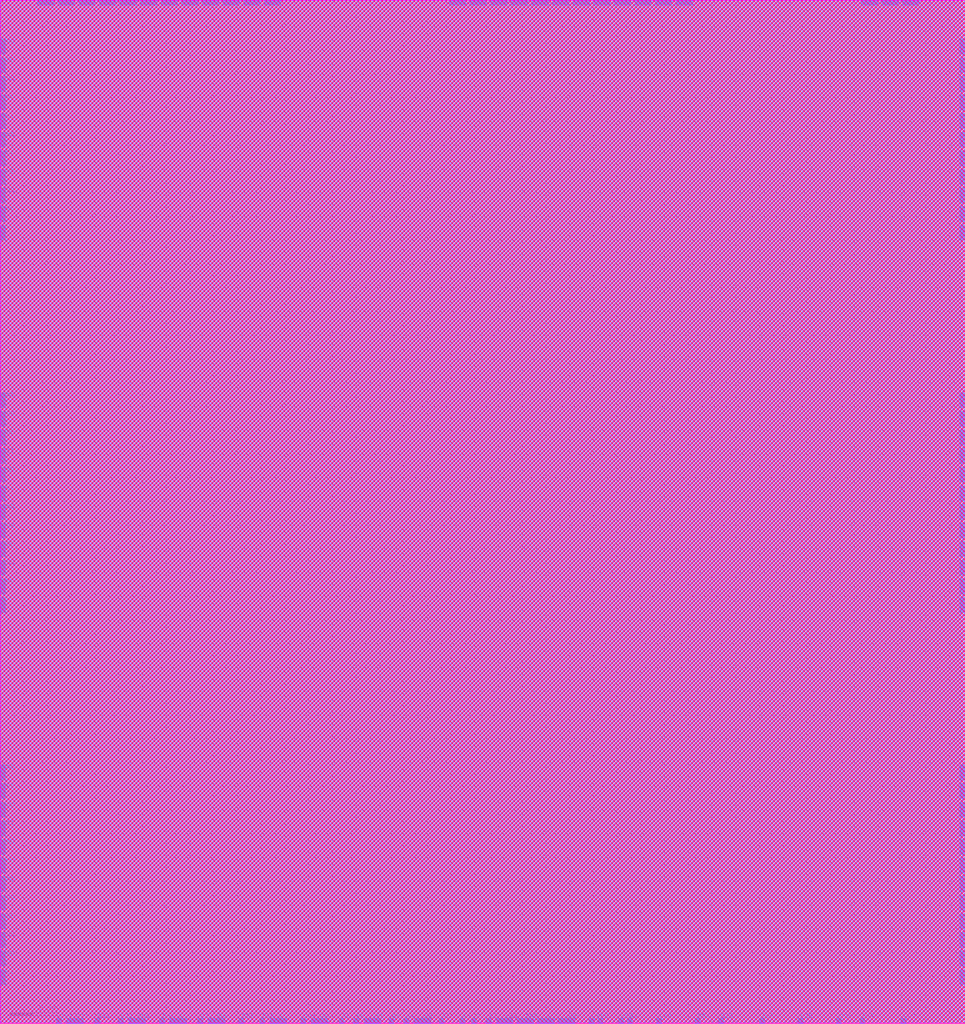
<source format=lef>
# 
#              Synchronous High Speed Single Port SRAM Compiler 
# 
#                    UMC 0.18um GenericII Logic Process
#    __________________________________________________________________________
# 
# 
#      (C) Copyright 2002-2009 Faraday Technology Corp. All Rights Reserved.
#    
#    This source code is an unpublished work belongs to Faraday Technology
#    Corp.  It is considered a trade secret and is not to be divulged or
#    used by parties who have not received written authorization from
#    Faraday Technology Corp.
#    
#    Faraday's home page can be found at:
#    http://www.faraday-tech.com/
#   
#       Module Name      : MEM_gray_max
#       Words            : 256
#       Bits             : 8
#       Byte-Write       : 1
#       Aspect Ratio     : 1
#       Output Loading   : 0.05  (pf)
#       Data Slew        : 0.02  (ns)
#       CK Slew          : 0.02  (ns)
#       Power Ring Width : 2  (um)
# 
# -----------------------------------------------------------------------------
# 
#       Library          : FSA0M_A
#       Memaker          : 200901.2.1
#       Date             : 2024/10/09 21:07:15
# 
# -----------------------------------------------------------------------------


NAMESCASESENSITIVE ON ;
MACRO MEM_gray_max
CLASS BLOCK ;
FOREIGN MEM_gray_max 0.000 0.000 ;
ORIGIN 0.000 0.000 ;
SIZE 203.360 BY 215.600 ;
SYMMETRY x y r90 ;
SITE core ;
PIN VCC
  DIRECTION INOUT ;
  USE POWER ;
  SHAPE ABUTMENT ;
 PORT
  LAYER ME4 ;
  RECT 202.240 204.180 203.360 207.420 ;
  LAYER ME3 ;
  RECT 202.240 204.180 203.360 207.420 ;
  LAYER ME2 ;
  RECT 202.240 204.180 203.360 207.420 ;
  LAYER ME1 ;
  RECT 202.240 204.180 203.360 207.420 ;
 END
 PORT
  LAYER ME4 ;
  RECT 202.240 196.340 203.360 199.580 ;
  LAYER ME3 ;
  RECT 202.240 196.340 203.360 199.580 ;
  LAYER ME2 ;
  RECT 202.240 196.340 203.360 199.580 ;
  LAYER ME1 ;
  RECT 202.240 196.340 203.360 199.580 ;
 END
 PORT
  LAYER ME4 ;
  RECT 202.240 188.500 203.360 191.740 ;
  LAYER ME3 ;
  RECT 202.240 188.500 203.360 191.740 ;
  LAYER ME2 ;
  RECT 202.240 188.500 203.360 191.740 ;
  LAYER ME1 ;
  RECT 202.240 188.500 203.360 191.740 ;
 END
 PORT
  LAYER ME4 ;
  RECT 202.240 180.660 203.360 183.900 ;
  LAYER ME3 ;
  RECT 202.240 180.660 203.360 183.900 ;
  LAYER ME2 ;
  RECT 202.240 180.660 203.360 183.900 ;
  LAYER ME1 ;
  RECT 202.240 180.660 203.360 183.900 ;
 END
 PORT
  LAYER ME4 ;
  RECT 202.240 172.820 203.360 176.060 ;
  LAYER ME3 ;
  RECT 202.240 172.820 203.360 176.060 ;
  LAYER ME2 ;
  RECT 202.240 172.820 203.360 176.060 ;
  LAYER ME1 ;
  RECT 202.240 172.820 203.360 176.060 ;
 END
 PORT
  LAYER ME4 ;
  RECT 202.240 164.980 203.360 168.220 ;
  LAYER ME3 ;
  RECT 202.240 164.980 203.360 168.220 ;
  LAYER ME2 ;
  RECT 202.240 164.980 203.360 168.220 ;
  LAYER ME1 ;
  RECT 202.240 164.980 203.360 168.220 ;
 END
 PORT
  LAYER ME4 ;
  RECT 202.240 125.780 203.360 129.020 ;
  LAYER ME3 ;
  RECT 202.240 125.780 203.360 129.020 ;
  LAYER ME2 ;
  RECT 202.240 125.780 203.360 129.020 ;
  LAYER ME1 ;
  RECT 202.240 125.780 203.360 129.020 ;
 END
 PORT
  LAYER ME4 ;
  RECT 202.240 117.940 203.360 121.180 ;
  LAYER ME3 ;
  RECT 202.240 117.940 203.360 121.180 ;
  LAYER ME2 ;
  RECT 202.240 117.940 203.360 121.180 ;
  LAYER ME1 ;
  RECT 202.240 117.940 203.360 121.180 ;
 END
 PORT
  LAYER ME4 ;
  RECT 202.240 110.100 203.360 113.340 ;
  LAYER ME3 ;
  RECT 202.240 110.100 203.360 113.340 ;
  LAYER ME2 ;
  RECT 202.240 110.100 203.360 113.340 ;
  LAYER ME1 ;
  RECT 202.240 110.100 203.360 113.340 ;
 END
 PORT
  LAYER ME4 ;
  RECT 202.240 102.260 203.360 105.500 ;
  LAYER ME3 ;
  RECT 202.240 102.260 203.360 105.500 ;
  LAYER ME2 ;
  RECT 202.240 102.260 203.360 105.500 ;
  LAYER ME1 ;
  RECT 202.240 102.260 203.360 105.500 ;
 END
 PORT
  LAYER ME4 ;
  RECT 202.240 94.420 203.360 97.660 ;
  LAYER ME3 ;
  RECT 202.240 94.420 203.360 97.660 ;
  LAYER ME2 ;
  RECT 202.240 94.420 203.360 97.660 ;
  LAYER ME1 ;
  RECT 202.240 94.420 203.360 97.660 ;
 END
 PORT
  LAYER ME4 ;
  RECT 202.240 86.580 203.360 89.820 ;
  LAYER ME3 ;
  RECT 202.240 86.580 203.360 89.820 ;
  LAYER ME2 ;
  RECT 202.240 86.580 203.360 89.820 ;
  LAYER ME1 ;
  RECT 202.240 86.580 203.360 89.820 ;
 END
 PORT
  LAYER ME4 ;
  RECT 202.240 47.380 203.360 50.620 ;
  LAYER ME3 ;
  RECT 202.240 47.380 203.360 50.620 ;
  LAYER ME2 ;
  RECT 202.240 47.380 203.360 50.620 ;
  LAYER ME1 ;
  RECT 202.240 47.380 203.360 50.620 ;
 END
 PORT
  LAYER ME4 ;
  RECT 202.240 39.540 203.360 42.780 ;
  LAYER ME3 ;
  RECT 202.240 39.540 203.360 42.780 ;
  LAYER ME2 ;
  RECT 202.240 39.540 203.360 42.780 ;
  LAYER ME1 ;
  RECT 202.240 39.540 203.360 42.780 ;
 END
 PORT
  LAYER ME4 ;
  RECT 202.240 31.700 203.360 34.940 ;
  LAYER ME3 ;
  RECT 202.240 31.700 203.360 34.940 ;
  LAYER ME2 ;
  RECT 202.240 31.700 203.360 34.940 ;
  LAYER ME1 ;
  RECT 202.240 31.700 203.360 34.940 ;
 END
 PORT
  LAYER ME4 ;
  RECT 202.240 23.860 203.360 27.100 ;
  LAYER ME3 ;
  RECT 202.240 23.860 203.360 27.100 ;
  LAYER ME2 ;
  RECT 202.240 23.860 203.360 27.100 ;
  LAYER ME1 ;
  RECT 202.240 23.860 203.360 27.100 ;
 END
 PORT
  LAYER ME4 ;
  RECT 202.240 16.020 203.360 19.260 ;
  LAYER ME3 ;
  RECT 202.240 16.020 203.360 19.260 ;
  LAYER ME2 ;
  RECT 202.240 16.020 203.360 19.260 ;
  LAYER ME1 ;
  RECT 202.240 16.020 203.360 19.260 ;
 END
 PORT
  LAYER ME4 ;
  RECT 202.240 8.180 203.360 11.420 ;
  LAYER ME3 ;
  RECT 202.240 8.180 203.360 11.420 ;
  LAYER ME2 ;
  RECT 202.240 8.180 203.360 11.420 ;
  LAYER ME1 ;
  RECT 202.240 8.180 203.360 11.420 ;
 END
 PORT
  LAYER ME4 ;
  RECT 0.000 204.180 1.120 207.420 ;
  LAYER ME3 ;
  RECT 0.000 204.180 1.120 207.420 ;
  LAYER ME2 ;
  RECT 0.000 204.180 1.120 207.420 ;
  LAYER ME1 ;
  RECT 0.000 204.180 1.120 207.420 ;
 END
 PORT
  LAYER ME4 ;
  RECT 0.000 196.340 1.120 199.580 ;
  LAYER ME3 ;
  RECT 0.000 196.340 1.120 199.580 ;
  LAYER ME2 ;
  RECT 0.000 196.340 1.120 199.580 ;
  LAYER ME1 ;
  RECT 0.000 196.340 1.120 199.580 ;
 END
 PORT
  LAYER ME4 ;
  RECT 0.000 188.500 1.120 191.740 ;
  LAYER ME3 ;
  RECT 0.000 188.500 1.120 191.740 ;
  LAYER ME2 ;
  RECT 0.000 188.500 1.120 191.740 ;
  LAYER ME1 ;
  RECT 0.000 188.500 1.120 191.740 ;
 END
 PORT
  LAYER ME4 ;
  RECT 0.000 180.660 1.120 183.900 ;
  LAYER ME3 ;
  RECT 0.000 180.660 1.120 183.900 ;
  LAYER ME2 ;
  RECT 0.000 180.660 1.120 183.900 ;
  LAYER ME1 ;
  RECT 0.000 180.660 1.120 183.900 ;
 END
 PORT
  LAYER ME4 ;
  RECT 0.000 172.820 1.120 176.060 ;
  LAYER ME3 ;
  RECT 0.000 172.820 1.120 176.060 ;
  LAYER ME2 ;
  RECT 0.000 172.820 1.120 176.060 ;
  LAYER ME1 ;
  RECT 0.000 172.820 1.120 176.060 ;
 END
 PORT
  LAYER ME4 ;
  RECT 0.000 164.980 1.120 168.220 ;
  LAYER ME3 ;
  RECT 0.000 164.980 1.120 168.220 ;
  LAYER ME2 ;
  RECT 0.000 164.980 1.120 168.220 ;
  LAYER ME1 ;
  RECT 0.000 164.980 1.120 168.220 ;
 END
 PORT
  LAYER ME4 ;
  RECT 0.000 125.780 1.120 129.020 ;
  LAYER ME3 ;
  RECT 0.000 125.780 1.120 129.020 ;
  LAYER ME2 ;
  RECT 0.000 125.780 1.120 129.020 ;
  LAYER ME1 ;
  RECT 0.000 125.780 1.120 129.020 ;
 END
 PORT
  LAYER ME4 ;
  RECT 0.000 117.940 1.120 121.180 ;
  LAYER ME3 ;
  RECT 0.000 117.940 1.120 121.180 ;
  LAYER ME2 ;
  RECT 0.000 117.940 1.120 121.180 ;
  LAYER ME1 ;
  RECT 0.000 117.940 1.120 121.180 ;
 END
 PORT
  LAYER ME4 ;
  RECT 0.000 110.100 1.120 113.340 ;
  LAYER ME3 ;
  RECT 0.000 110.100 1.120 113.340 ;
  LAYER ME2 ;
  RECT 0.000 110.100 1.120 113.340 ;
  LAYER ME1 ;
  RECT 0.000 110.100 1.120 113.340 ;
 END
 PORT
  LAYER ME4 ;
  RECT 0.000 102.260 1.120 105.500 ;
  LAYER ME3 ;
  RECT 0.000 102.260 1.120 105.500 ;
  LAYER ME2 ;
  RECT 0.000 102.260 1.120 105.500 ;
  LAYER ME1 ;
  RECT 0.000 102.260 1.120 105.500 ;
 END
 PORT
  LAYER ME4 ;
  RECT 0.000 94.420 1.120 97.660 ;
  LAYER ME3 ;
  RECT 0.000 94.420 1.120 97.660 ;
  LAYER ME2 ;
  RECT 0.000 94.420 1.120 97.660 ;
  LAYER ME1 ;
  RECT 0.000 94.420 1.120 97.660 ;
 END
 PORT
  LAYER ME4 ;
  RECT 0.000 86.580 1.120 89.820 ;
  LAYER ME3 ;
  RECT 0.000 86.580 1.120 89.820 ;
  LAYER ME2 ;
  RECT 0.000 86.580 1.120 89.820 ;
  LAYER ME1 ;
  RECT 0.000 86.580 1.120 89.820 ;
 END
 PORT
  LAYER ME4 ;
  RECT 0.000 47.380 1.120 50.620 ;
  LAYER ME3 ;
  RECT 0.000 47.380 1.120 50.620 ;
  LAYER ME2 ;
  RECT 0.000 47.380 1.120 50.620 ;
  LAYER ME1 ;
  RECT 0.000 47.380 1.120 50.620 ;
 END
 PORT
  LAYER ME4 ;
  RECT 0.000 39.540 1.120 42.780 ;
  LAYER ME3 ;
  RECT 0.000 39.540 1.120 42.780 ;
  LAYER ME2 ;
  RECT 0.000 39.540 1.120 42.780 ;
  LAYER ME1 ;
  RECT 0.000 39.540 1.120 42.780 ;
 END
 PORT
  LAYER ME4 ;
  RECT 0.000 31.700 1.120 34.940 ;
  LAYER ME3 ;
  RECT 0.000 31.700 1.120 34.940 ;
  LAYER ME2 ;
  RECT 0.000 31.700 1.120 34.940 ;
  LAYER ME1 ;
  RECT 0.000 31.700 1.120 34.940 ;
 END
 PORT
  LAYER ME4 ;
  RECT 0.000 23.860 1.120 27.100 ;
  LAYER ME3 ;
  RECT 0.000 23.860 1.120 27.100 ;
  LAYER ME2 ;
  RECT 0.000 23.860 1.120 27.100 ;
  LAYER ME1 ;
  RECT 0.000 23.860 1.120 27.100 ;
 END
 PORT
  LAYER ME4 ;
  RECT 0.000 16.020 1.120 19.260 ;
  LAYER ME3 ;
  RECT 0.000 16.020 1.120 19.260 ;
  LAYER ME2 ;
  RECT 0.000 16.020 1.120 19.260 ;
  LAYER ME1 ;
  RECT 0.000 16.020 1.120 19.260 ;
 END
 PORT
  LAYER ME4 ;
  RECT 0.000 8.180 1.120 11.420 ;
  LAYER ME3 ;
  RECT 0.000 8.180 1.120 11.420 ;
  LAYER ME2 ;
  RECT 0.000 8.180 1.120 11.420 ;
  LAYER ME1 ;
  RECT 0.000 8.180 1.120 11.420 ;
 END
 PORT
  LAYER ME4 ;
  RECT 190.120 214.480 193.660 215.600 ;
  LAYER ME3 ;
  RECT 190.120 214.480 193.660 215.600 ;
  LAYER ME2 ;
  RECT 190.120 214.480 193.660 215.600 ;
  LAYER ME1 ;
  RECT 190.120 214.480 193.660 215.600 ;
 END
 PORT
  LAYER ME4 ;
  RECT 181.440 214.480 184.980 215.600 ;
  LAYER ME3 ;
  RECT 181.440 214.480 184.980 215.600 ;
  LAYER ME2 ;
  RECT 181.440 214.480 184.980 215.600 ;
  LAYER ME1 ;
  RECT 181.440 214.480 184.980 215.600 ;
 END
 PORT
  LAYER ME4 ;
  RECT 138.040 214.480 141.580 215.600 ;
  LAYER ME3 ;
  RECT 138.040 214.480 141.580 215.600 ;
  LAYER ME2 ;
  RECT 138.040 214.480 141.580 215.600 ;
  LAYER ME1 ;
  RECT 138.040 214.480 141.580 215.600 ;
 END
 PORT
  LAYER ME4 ;
  RECT 129.360 214.480 132.900 215.600 ;
  LAYER ME3 ;
  RECT 129.360 214.480 132.900 215.600 ;
  LAYER ME2 ;
  RECT 129.360 214.480 132.900 215.600 ;
  LAYER ME1 ;
  RECT 129.360 214.480 132.900 215.600 ;
 END
 PORT
  LAYER ME4 ;
  RECT 120.680 214.480 124.220 215.600 ;
  LAYER ME3 ;
  RECT 120.680 214.480 124.220 215.600 ;
  LAYER ME2 ;
  RECT 120.680 214.480 124.220 215.600 ;
  LAYER ME1 ;
  RECT 120.680 214.480 124.220 215.600 ;
 END
 PORT
  LAYER ME4 ;
  RECT 112.000 214.480 115.540 215.600 ;
  LAYER ME3 ;
  RECT 112.000 214.480 115.540 215.600 ;
  LAYER ME2 ;
  RECT 112.000 214.480 115.540 215.600 ;
  LAYER ME1 ;
  RECT 112.000 214.480 115.540 215.600 ;
 END
 PORT
  LAYER ME4 ;
  RECT 103.320 214.480 106.860 215.600 ;
  LAYER ME3 ;
  RECT 103.320 214.480 106.860 215.600 ;
  LAYER ME2 ;
  RECT 103.320 214.480 106.860 215.600 ;
  LAYER ME1 ;
  RECT 103.320 214.480 106.860 215.600 ;
 END
 PORT
  LAYER ME4 ;
  RECT 94.640 214.480 98.180 215.600 ;
  LAYER ME3 ;
  RECT 94.640 214.480 98.180 215.600 ;
  LAYER ME2 ;
  RECT 94.640 214.480 98.180 215.600 ;
  LAYER ME1 ;
  RECT 94.640 214.480 98.180 215.600 ;
 END
 PORT
  LAYER ME4 ;
  RECT 51.240 214.480 54.780 215.600 ;
  LAYER ME3 ;
  RECT 51.240 214.480 54.780 215.600 ;
  LAYER ME2 ;
  RECT 51.240 214.480 54.780 215.600 ;
  LAYER ME1 ;
  RECT 51.240 214.480 54.780 215.600 ;
 END
 PORT
  LAYER ME4 ;
  RECT 42.560 214.480 46.100 215.600 ;
  LAYER ME3 ;
  RECT 42.560 214.480 46.100 215.600 ;
  LAYER ME2 ;
  RECT 42.560 214.480 46.100 215.600 ;
  LAYER ME1 ;
  RECT 42.560 214.480 46.100 215.600 ;
 END
 PORT
  LAYER ME4 ;
  RECT 33.880 214.480 37.420 215.600 ;
  LAYER ME3 ;
  RECT 33.880 214.480 37.420 215.600 ;
  LAYER ME2 ;
  RECT 33.880 214.480 37.420 215.600 ;
  LAYER ME1 ;
  RECT 33.880 214.480 37.420 215.600 ;
 END
 PORT
  LAYER ME4 ;
  RECT 25.200 214.480 28.740 215.600 ;
  LAYER ME3 ;
  RECT 25.200 214.480 28.740 215.600 ;
  LAYER ME2 ;
  RECT 25.200 214.480 28.740 215.600 ;
  LAYER ME1 ;
  RECT 25.200 214.480 28.740 215.600 ;
 END
 PORT
  LAYER ME4 ;
  RECT 16.520 214.480 20.060 215.600 ;
  LAYER ME3 ;
  RECT 16.520 214.480 20.060 215.600 ;
  LAYER ME2 ;
  RECT 16.520 214.480 20.060 215.600 ;
  LAYER ME1 ;
  RECT 16.520 214.480 20.060 215.600 ;
 END
 PORT
  LAYER ME4 ;
  RECT 7.840 214.480 11.380 215.600 ;
  LAYER ME3 ;
  RECT 7.840 214.480 11.380 215.600 ;
  LAYER ME2 ;
  RECT 7.840 214.480 11.380 215.600 ;
  LAYER ME1 ;
  RECT 7.840 214.480 11.380 215.600 ;
 END
 PORT
  LAYER ME4 ;
  RECT 113.240 0.000 116.780 1.120 ;
  LAYER ME3 ;
  RECT 113.240 0.000 116.780 1.120 ;
  LAYER ME2 ;
  RECT 113.240 0.000 116.780 1.120 ;
  LAYER ME1 ;
  RECT 113.240 0.000 116.780 1.120 ;
 END
 PORT
  LAYER ME4 ;
  RECT 104.560 0.000 108.100 1.120 ;
  LAYER ME3 ;
  RECT 104.560 0.000 108.100 1.120 ;
  LAYER ME2 ;
  RECT 104.560 0.000 108.100 1.120 ;
  LAYER ME1 ;
  RECT 104.560 0.000 108.100 1.120 ;
 END
 PORT
  LAYER ME4 ;
  RECT 76.660 0.000 80.200 1.120 ;
  LAYER ME3 ;
  RECT 76.660 0.000 80.200 1.120 ;
  LAYER ME2 ;
  RECT 76.660 0.000 80.200 1.120 ;
  LAYER ME1 ;
  RECT 76.660 0.000 80.200 1.120 ;
 END
 PORT
  LAYER ME4 ;
  RECT 56.820 0.000 60.360 1.120 ;
  LAYER ME3 ;
  RECT 56.820 0.000 60.360 1.120 ;
  LAYER ME2 ;
  RECT 56.820 0.000 60.360 1.120 ;
  LAYER ME1 ;
  RECT 56.820 0.000 60.360 1.120 ;
 END
 PORT
  LAYER ME4 ;
  RECT 35.740 0.000 39.280 1.120 ;
  LAYER ME3 ;
  RECT 35.740 0.000 39.280 1.120 ;
  LAYER ME2 ;
  RECT 35.740 0.000 39.280 1.120 ;
  LAYER ME1 ;
  RECT 35.740 0.000 39.280 1.120 ;
 END
 PORT
  LAYER ME4 ;
  RECT 14.040 0.000 17.580 1.120 ;
  LAYER ME3 ;
  RECT 14.040 0.000 17.580 1.120 ;
  LAYER ME2 ;
  RECT 14.040 0.000 17.580 1.120 ;
  LAYER ME1 ;
  RECT 14.040 0.000 17.580 1.120 ;
 END
END VCC
PIN GND
  DIRECTION INOUT ;
  USE GROUND ;
  SHAPE ABUTMENT ;
 PORT
  LAYER ME4 ;
  RECT 202.240 200.260 203.360 203.500 ;
  LAYER ME3 ;
  RECT 202.240 200.260 203.360 203.500 ;
  LAYER ME2 ;
  RECT 202.240 200.260 203.360 203.500 ;
  LAYER ME1 ;
  RECT 202.240 200.260 203.360 203.500 ;
 END
 PORT
  LAYER ME4 ;
  RECT 202.240 192.420 203.360 195.660 ;
  LAYER ME3 ;
  RECT 202.240 192.420 203.360 195.660 ;
  LAYER ME2 ;
  RECT 202.240 192.420 203.360 195.660 ;
  LAYER ME1 ;
  RECT 202.240 192.420 203.360 195.660 ;
 END
 PORT
  LAYER ME4 ;
  RECT 202.240 184.580 203.360 187.820 ;
  LAYER ME3 ;
  RECT 202.240 184.580 203.360 187.820 ;
  LAYER ME2 ;
  RECT 202.240 184.580 203.360 187.820 ;
  LAYER ME1 ;
  RECT 202.240 184.580 203.360 187.820 ;
 END
 PORT
  LAYER ME4 ;
  RECT 202.240 176.740 203.360 179.980 ;
  LAYER ME3 ;
  RECT 202.240 176.740 203.360 179.980 ;
  LAYER ME2 ;
  RECT 202.240 176.740 203.360 179.980 ;
  LAYER ME1 ;
  RECT 202.240 176.740 203.360 179.980 ;
 END
 PORT
  LAYER ME4 ;
  RECT 202.240 168.900 203.360 172.140 ;
  LAYER ME3 ;
  RECT 202.240 168.900 203.360 172.140 ;
  LAYER ME2 ;
  RECT 202.240 168.900 203.360 172.140 ;
  LAYER ME1 ;
  RECT 202.240 168.900 203.360 172.140 ;
 END
 PORT
  LAYER ME4 ;
  RECT 202.240 129.700 203.360 132.940 ;
  LAYER ME3 ;
  RECT 202.240 129.700 203.360 132.940 ;
  LAYER ME2 ;
  RECT 202.240 129.700 203.360 132.940 ;
  LAYER ME1 ;
  RECT 202.240 129.700 203.360 132.940 ;
 END
 PORT
  LAYER ME4 ;
  RECT 202.240 121.860 203.360 125.100 ;
  LAYER ME3 ;
  RECT 202.240 121.860 203.360 125.100 ;
  LAYER ME2 ;
  RECT 202.240 121.860 203.360 125.100 ;
  LAYER ME1 ;
  RECT 202.240 121.860 203.360 125.100 ;
 END
 PORT
  LAYER ME4 ;
  RECT 202.240 114.020 203.360 117.260 ;
  LAYER ME3 ;
  RECT 202.240 114.020 203.360 117.260 ;
  LAYER ME2 ;
  RECT 202.240 114.020 203.360 117.260 ;
  LAYER ME1 ;
  RECT 202.240 114.020 203.360 117.260 ;
 END
 PORT
  LAYER ME4 ;
  RECT 202.240 106.180 203.360 109.420 ;
  LAYER ME3 ;
  RECT 202.240 106.180 203.360 109.420 ;
  LAYER ME2 ;
  RECT 202.240 106.180 203.360 109.420 ;
  LAYER ME1 ;
  RECT 202.240 106.180 203.360 109.420 ;
 END
 PORT
  LAYER ME4 ;
  RECT 202.240 98.340 203.360 101.580 ;
  LAYER ME3 ;
  RECT 202.240 98.340 203.360 101.580 ;
  LAYER ME2 ;
  RECT 202.240 98.340 203.360 101.580 ;
  LAYER ME1 ;
  RECT 202.240 98.340 203.360 101.580 ;
 END
 PORT
  LAYER ME4 ;
  RECT 202.240 90.500 203.360 93.740 ;
  LAYER ME3 ;
  RECT 202.240 90.500 203.360 93.740 ;
  LAYER ME2 ;
  RECT 202.240 90.500 203.360 93.740 ;
  LAYER ME1 ;
  RECT 202.240 90.500 203.360 93.740 ;
 END
 PORT
  LAYER ME4 ;
  RECT 202.240 51.300 203.360 54.540 ;
  LAYER ME3 ;
  RECT 202.240 51.300 203.360 54.540 ;
  LAYER ME2 ;
  RECT 202.240 51.300 203.360 54.540 ;
  LAYER ME1 ;
  RECT 202.240 51.300 203.360 54.540 ;
 END
 PORT
  LAYER ME4 ;
  RECT 202.240 43.460 203.360 46.700 ;
  LAYER ME3 ;
  RECT 202.240 43.460 203.360 46.700 ;
  LAYER ME2 ;
  RECT 202.240 43.460 203.360 46.700 ;
  LAYER ME1 ;
  RECT 202.240 43.460 203.360 46.700 ;
 END
 PORT
  LAYER ME4 ;
  RECT 202.240 35.620 203.360 38.860 ;
  LAYER ME3 ;
  RECT 202.240 35.620 203.360 38.860 ;
  LAYER ME2 ;
  RECT 202.240 35.620 203.360 38.860 ;
  LAYER ME1 ;
  RECT 202.240 35.620 203.360 38.860 ;
 END
 PORT
  LAYER ME4 ;
  RECT 202.240 27.780 203.360 31.020 ;
  LAYER ME3 ;
  RECT 202.240 27.780 203.360 31.020 ;
  LAYER ME2 ;
  RECT 202.240 27.780 203.360 31.020 ;
  LAYER ME1 ;
  RECT 202.240 27.780 203.360 31.020 ;
 END
 PORT
  LAYER ME4 ;
  RECT 202.240 19.940 203.360 23.180 ;
  LAYER ME3 ;
  RECT 202.240 19.940 203.360 23.180 ;
  LAYER ME2 ;
  RECT 202.240 19.940 203.360 23.180 ;
  LAYER ME1 ;
  RECT 202.240 19.940 203.360 23.180 ;
 END
 PORT
  LAYER ME4 ;
  RECT 202.240 12.100 203.360 15.340 ;
  LAYER ME3 ;
  RECT 202.240 12.100 203.360 15.340 ;
  LAYER ME2 ;
  RECT 202.240 12.100 203.360 15.340 ;
  LAYER ME1 ;
  RECT 202.240 12.100 203.360 15.340 ;
 END
 PORT
  LAYER ME4 ;
  RECT 0.000 200.260 1.120 203.500 ;
  LAYER ME3 ;
  RECT 0.000 200.260 1.120 203.500 ;
  LAYER ME2 ;
  RECT 0.000 200.260 1.120 203.500 ;
  LAYER ME1 ;
  RECT 0.000 200.260 1.120 203.500 ;
 END
 PORT
  LAYER ME4 ;
  RECT 0.000 192.420 1.120 195.660 ;
  LAYER ME3 ;
  RECT 0.000 192.420 1.120 195.660 ;
  LAYER ME2 ;
  RECT 0.000 192.420 1.120 195.660 ;
  LAYER ME1 ;
  RECT 0.000 192.420 1.120 195.660 ;
 END
 PORT
  LAYER ME4 ;
  RECT 0.000 184.580 1.120 187.820 ;
  LAYER ME3 ;
  RECT 0.000 184.580 1.120 187.820 ;
  LAYER ME2 ;
  RECT 0.000 184.580 1.120 187.820 ;
  LAYER ME1 ;
  RECT 0.000 184.580 1.120 187.820 ;
 END
 PORT
  LAYER ME4 ;
  RECT 0.000 176.740 1.120 179.980 ;
  LAYER ME3 ;
  RECT 0.000 176.740 1.120 179.980 ;
  LAYER ME2 ;
  RECT 0.000 176.740 1.120 179.980 ;
  LAYER ME1 ;
  RECT 0.000 176.740 1.120 179.980 ;
 END
 PORT
  LAYER ME4 ;
  RECT 0.000 168.900 1.120 172.140 ;
  LAYER ME3 ;
  RECT 0.000 168.900 1.120 172.140 ;
  LAYER ME2 ;
  RECT 0.000 168.900 1.120 172.140 ;
  LAYER ME1 ;
  RECT 0.000 168.900 1.120 172.140 ;
 END
 PORT
  LAYER ME4 ;
  RECT 0.000 129.700 1.120 132.940 ;
  LAYER ME3 ;
  RECT 0.000 129.700 1.120 132.940 ;
  LAYER ME2 ;
  RECT 0.000 129.700 1.120 132.940 ;
  LAYER ME1 ;
  RECT 0.000 129.700 1.120 132.940 ;
 END
 PORT
  LAYER ME4 ;
  RECT 0.000 121.860 1.120 125.100 ;
  LAYER ME3 ;
  RECT 0.000 121.860 1.120 125.100 ;
  LAYER ME2 ;
  RECT 0.000 121.860 1.120 125.100 ;
  LAYER ME1 ;
  RECT 0.000 121.860 1.120 125.100 ;
 END
 PORT
  LAYER ME4 ;
  RECT 0.000 114.020 1.120 117.260 ;
  LAYER ME3 ;
  RECT 0.000 114.020 1.120 117.260 ;
  LAYER ME2 ;
  RECT 0.000 114.020 1.120 117.260 ;
  LAYER ME1 ;
  RECT 0.000 114.020 1.120 117.260 ;
 END
 PORT
  LAYER ME4 ;
  RECT 0.000 106.180 1.120 109.420 ;
  LAYER ME3 ;
  RECT 0.000 106.180 1.120 109.420 ;
  LAYER ME2 ;
  RECT 0.000 106.180 1.120 109.420 ;
  LAYER ME1 ;
  RECT 0.000 106.180 1.120 109.420 ;
 END
 PORT
  LAYER ME4 ;
  RECT 0.000 98.340 1.120 101.580 ;
  LAYER ME3 ;
  RECT 0.000 98.340 1.120 101.580 ;
  LAYER ME2 ;
  RECT 0.000 98.340 1.120 101.580 ;
  LAYER ME1 ;
  RECT 0.000 98.340 1.120 101.580 ;
 END
 PORT
  LAYER ME4 ;
  RECT 0.000 90.500 1.120 93.740 ;
  LAYER ME3 ;
  RECT 0.000 90.500 1.120 93.740 ;
  LAYER ME2 ;
  RECT 0.000 90.500 1.120 93.740 ;
  LAYER ME1 ;
  RECT 0.000 90.500 1.120 93.740 ;
 END
 PORT
  LAYER ME4 ;
  RECT 0.000 51.300 1.120 54.540 ;
  LAYER ME3 ;
  RECT 0.000 51.300 1.120 54.540 ;
  LAYER ME2 ;
  RECT 0.000 51.300 1.120 54.540 ;
  LAYER ME1 ;
  RECT 0.000 51.300 1.120 54.540 ;
 END
 PORT
  LAYER ME4 ;
  RECT 0.000 43.460 1.120 46.700 ;
  LAYER ME3 ;
  RECT 0.000 43.460 1.120 46.700 ;
  LAYER ME2 ;
  RECT 0.000 43.460 1.120 46.700 ;
  LAYER ME1 ;
  RECT 0.000 43.460 1.120 46.700 ;
 END
 PORT
  LAYER ME4 ;
  RECT 0.000 35.620 1.120 38.860 ;
  LAYER ME3 ;
  RECT 0.000 35.620 1.120 38.860 ;
  LAYER ME2 ;
  RECT 0.000 35.620 1.120 38.860 ;
  LAYER ME1 ;
  RECT 0.000 35.620 1.120 38.860 ;
 END
 PORT
  LAYER ME4 ;
  RECT 0.000 27.780 1.120 31.020 ;
  LAYER ME3 ;
  RECT 0.000 27.780 1.120 31.020 ;
  LAYER ME2 ;
  RECT 0.000 27.780 1.120 31.020 ;
  LAYER ME1 ;
  RECT 0.000 27.780 1.120 31.020 ;
 END
 PORT
  LAYER ME4 ;
  RECT 0.000 19.940 1.120 23.180 ;
  LAYER ME3 ;
  RECT 0.000 19.940 1.120 23.180 ;
  LAYER ME2 ;
  RECT 0.000 19.940 1.120 23.180 ;
  LAYER ME1 ;
  RECT 0.000 19.940 1.120 23.180 ;
 END
 PORT
  LAYER ME4 ;
  RECT 0.000 12.100 1.120 15.340 ;
  LAYER ME3 ;
  RECT 0.000 12.100 1.120 15.340 ;
  LAYER ME2 ;
  RECT 0.000 12.100 1.120 15.340 ;
  LAYER ME1 ;
  RECT 0.000 12.100 1.120 15.340 ;
 END
 PORT
  LAYER ME4 ;
  RECT 185.780 214.480 189.320 215.600 ;
  LAYER ME3 ;
  RECT 185.780 214.480 189.320 215.600 ;
  LAYER ME2 ;
  RECT 185.780 214.480 189.320 215.600 ;
  LAYER ME1 ;
  RECT 185.780 214.480 189.320 215.600 ;
 END
 PORT
  LAYER ME4 ;
  RECT 142.380 214.480 145.920 215.600 ;
  LAYER ME3 ;
  RECT 142.380 214.480 145.920 215.600 ;
  LAYER ME2 ;
  RECT 142.380 214.480 145.920 215.600 ;
  LAYER ME1 ;
  RECT 142.380 214.480 145.920 215.600 ;
 END
 PORT
  LAYER ME4 ;
  RECT 133.700 214.480 137.240 215.600 ;
  LAYER ME3 ;
  RECT 133.700 214.480 137.240 215.600 ;
  LAYER ME2 ;
  RECT 133.700 214.480 137.240 215.600 ;
  LAYER ME1 ;
  RECT 133.700 214.480 137.240 215.600 ;
 END
 PORT
  LAYER ME4 ;
  RECT 125.020 214.480 128.560 215.600 ;
  LAYER ME3 ;
  RECT 125.020 214.480 128.560 215.600 ;
  LAYER ME2 ;
  RECT 125.020 214.480 128.560 215.600 ;
  LAYER ME1 ;
  RECT 125.020 214.480 128.560 215.600 ;
 END
 PORT
  LAYER ME4 ;
  RECT 116.340 214.480 119.880 215.600 ;
  LAYER ME3 ;
  RECT 116.340 214.480 119.880 215.600 ;
  LAYER ME2 ;
  RECT 116.340 214.480 119.880 215.600 ;
  LAYER ME1 ;
  RECT 116.340 214.480 119.880 215.600 ;
 END
 PORT
  LAYER ME4 ;
  RECT 107.660 214.480 111.200 215.600 ;
  LAYER ME3 ;
  RECT 107.660 214.480 111.200 215.600 ;
  LAYER ME2 ;
  RECT 107.660 214.480 111.200 215.600 ;
  LAYER ME1 ;
  RECT 107.660 214.480 111.200 215.600 ;
 END
 PORT
  LAYER ME4 ;
  RECT 98.980 214.480 102.520 215.600 ;
  LAYER ME3 ;
  RECT 98.980 214.480 102.520 215.600 ;
  LAYER ME2 ;
  RECT 98.980 214.480 102.520 215.600 ;
  LAYER ME1 ;
  RECT 98.980 214.480 102.520 215.600 ;
 END
 PORT
  LAYER ME4 ;
  RECT 55.580 214.480 59.120 215.600 ;
  LAYER ME3 ;
  RECT 55.580 214.480 59.120 215.600 ;
  LAYER ME2 ;
  RECT 55.580 214.480 59.120 215.600 ;
  LAYER ME1 ;
  RECT 55.580 214.480 59.120 215.600 ;
 END
 PORT
  LAYER ME4 ;
  RECT 46.900 214.480 50.440 215.600 ;
  LAYER ME3 ;
  RECT 46.900 214.480 50.440 215.600 ;
  LAYER ME2 ;
  RECT 46.900 214.480 50.440 215.600 ;
  LAYER ME1 ;
  RECT 46.900 214.480 50.440 215.600 ;
 END
 PORT
  LAYER ME4 ;
  RECT 38.220 214.480 41.760 215.600 ;
  LAYER ME3 ;
  RECT 38.220 214.480 41.760 215.600 ;
  LAYER ME2 ;
  RECT 38.220 214.480 41.760 215.600 ;
  LAYER ME1 ;
  RECT 38.220 214.480 41.760 215.600 ;
 END
 PORT
  LAYER ME4 ;
  RECT 29.540 214.480 33.080 215.600 ;
  LAYER ME3 ;
  RECT 29.540 214.480 33.080 215.600 ;
  LAYER ME2 ;
  RECT 29.540 214.480 33.080 215.600 ;
  LAYER ME1 ;
  RECT 29.540 214.480 33.080 215.600 ;
 END
 PORT
  LAYER ME4 ;
  RECT 20.860 214.480 24.400 215.600 ;
  LAYER ME3 ;
  RECT 20.860 214.480 24.400 215.600 ;
  LAYER ME2 ;
  RECT 20.860 214.480 24.400 215.600 ;
  LAYER ME1 ;
  RECT 20.860 214.480 24.400 215.600 ;
 END
 PORT
  LAYER ME4 ;
  RECT 12.180 214.480 15.720 215.600 ;
  LAYER ME3 ;
  RECT 12.180 214.480 15.720 215.600 ;
  LAYER ME2 ;
  RECT 12.180 214.480 15.720 215.600 ;
  LAYER ME1 ;
  RECT 12.180 214.480 15.720 215.600 ;
 END
 PORT
  LAYER ME4 ;
  RECT 117.580 0.000 121.120 1.120 ;
  LAYER ME3 ;
  RECT 117.580 0.000 121.120 1.120 ;
  LAYER ME2 ;
  RECT 117.580 0.000 121.120 1.120 ;
  LAYER ME1 ;
  RECT 117.580 0.000 121.120 1.120 ;
 END
 PORT
  LAYER ME4 ;
  RECT 108.900 0.000 112.440 1.120 ;
  LAYER ME3 ;
  RECT 108.900 0.000 112.440 1.120 ;
  LAYER ME2 ;
  RECT 108.900 0.000 112.440 1.120 ;
  LAYER ME1 ;
  RECT 108.900 0.000 112.440 1.120 ;
 END
 PORT
  LAYER ME4 ;
  RECT 87.200 0.000 90.740 1.120 ;
  LAYER ME3 ;
  RECT 87.200 0.000 90.740 1.120 ;
  LAYER ME2 ;
  RECT 87.200 0.000 90.740 1.120 ;
  LAYER ME1 ;
  RECT 87.200 0.000 90.740 1.120 ;
 END
 PORT
  LAYER ME4 ;
  RECT 65.500 0.000 69.040 1.120 ;
  LAYER ME3 ;
  RECT 65.500 0.000 69.040 1.120 ;
  LAYER ME2 ;
  RECT 65.500 0.000 69.040 1.120 ;
  LAYER ME1 ;
  RECT 65.500 0.000 69.040 1.120 ;
 END
 PORT
  LAYER ME4 ;
  RECT 43.800 0.000 47.340 1.120 ;
  LAYER ME3 ;
  RECT 43.800 0.000 47.340 1.120 ;
  LAYER ME2 ;
  RECT 43.800 0.000 47.340 1.120 ;
  LAYER ME1 ;
  RECT 43.800 0.000 47.340 1.120 ;
 END
 PORT
  LAYER ME4 ;
  RECT 27.060 0.000 30.600 1.120 ;
  LAYER ME3 ;
  RECT 27.060 0.000 30.600 1.120 ;
  LAYER ME2 ;
  RECT 27.060 0.000 30.600 1.120 ;
  LAYER ME1 ;
  RECT 27.060 0.000 30.600 1.120 ;
 END
END GND
PIN DO7
  DIRECTION OUTPUT ;
  CAPACITANCE 0.031 ;
 PORT
  LAYER ME4 ;
  RECT 189.780 0.000 190.900 1.120 ;
  LAYER ME3 ;
  RECT 189.780 0.000 190.900 1.120 ;
  LAYER ME2 ;
  RECT 189.780 0.000 190.900 1.120 ;
  LAYER ME1 ;
  RECT 189.780 0.000 190.900 1.120 ;
 END
END DO7
PIN DI7
  DIRECTION INPUT ;
  CAPACITANCE 0.012 ;
 PORT
  LAYER ME4 ;
  RECT 181.100 0.000 182.220 1.120 ;
  LAYER ME3 ;
  RECT 181.100 0.000 182.220 1.120 ;
  LAYER ME2 ;
  RECT 181.100 0.000 182.220 1.120 ;
  LAYER ME1 ;
  RECT 181.100 0.000 182.220 1.120 ;
 END
END DI7
PIN DO6
  DIRECTION OUTPUT ;
  CAPACITANCE 0.031 ;
 PORT
  LAYER ME4 ;
  RECT 176.140 0.000 177.260 1.120 ;
  LAYER ME3 ;
  RECT 176.140 0.000 177.260 1.120 ;
  LAYER ME2 ;
  RECT 176.140 0.000 177.260 1.120 ;
  LAYER ME1 ;
  RECT 176.140 0.000 177.260 1.120 ;
 END
END DO6
PIN DI6
  DIRECTION INPUT ;
  CAPACITANCE 0.012 ;
 PORT
  LAYER ME4 ;
  RECT 168.080 0.000 169.200 1.120 ;
  LAYER ME3 ;
  RECT 168.080 0.000 169.200 1.120 ;
  LAYER ME2 ;
  RECT 168.080 0.000 169.200 1.120 ;
  LAYER ME1 ;
  RECT 168.080 0.000 169.200 1.120 ;
 END
END DI6
PIN DO5
  DIRECTION OUTPUT ;
  CAPACITANCE 0.031 ;
 PORT
  LAYER ME4 ;
  RECT 160.020 0.000 161.140 1.120 ;
  LAYER ME3 ;
  RECT 160.020 0.000 161.140 1.120 ;
  LAYER ME2 ;
  RECT 160.020 0.000 161.140 1.120 ;
  LAYER ME1 ;
  RECT 160.020 0.000 161.140 1.120 ;
 END
END DO5
PIN DI5
  DIRECTION INPUT ;
  CAPACITANCE 0.012 ;
 PORT
  LAYER ME4 ;
  RECT 151.340 0.000 152.460 1.120 ;
  LAYER ME3 ;
  RECT 151.340 0.000 152.460 1.120 ;
  LAYER ME2 ;
  RECT 151.340 0.000 152.460 1.120 ;
  LAYER ME1 ;
  RECT 151.340 0.000 152.460 1.120 ;
 END
END DI5
PIN DO4
  DIRECTION OUTPUT ;
  CAPACITANCE 0.031 ;
 PORT
  LAYER ME4 ;
  RECT 146.380 0.000 147.500 1.120 ;
  LAYER ME3 ;
  RECT 146.380 0.000 147.500 1.120 ;
  LAYER ME2 ;
  RECT 146.380 0.000 147.500 1.120 ;
  LAYER ME1 ;
  RECT 146.380 0.000 147.500 1.120 ;
 END
END DO4
PIN DI4
  DIRECTION INPUT ;
  CAPACITANCE 0.012 ;
 PORT
  LAYER ME4 ;
  RECT 138.320 0.000 139.440 1.120 ;
  LAYER ME3 ;
  RECT 138.320 0.000 139.440 1.120 ;
  LAYER ME2 ;
  RECT 138.320 0.000 139.440 1.120 ;
  LAYER ME1 ;
  RECT 138.320 0.000 139.440 1.120 ;
 END
END DI4
PIN A1
  DIRECTION INPUT ;
  CAPACITANCE 0.027 ;
 PORT
  LAYER ME4 ;
  RECT 132.120 0.000 133.240 1.120 ;
  LAYER ME3 ;
  RECT 132.120 0.000 133.240 1.120 ;
  LAYER ME2 ;
  RECT 132.120 0.000 133.240 1.120 ;
  LAYER ME1 ;
  RECT 132.120 0.000 133.240 1.120 ;
 END
END A1
PIN WEB
  DIRECTION INPUT ;
  CAPACITANCE 0.011 ;
 PORT
  LAYER ME4 ;
  RECT 130.260 0.000 131.380 1.120 ;
  LAYER ME3 ;
  RECT 130.260 0.000 131.380 1.120 ;
  LAYER ME2 ;
  RECT 130.260 0.000 131.380 1.120 ;
  LAYER ME1 ;
  RECT 130.260 0.000 131.380 1.120 ;
 END
END WEB
PIN OE
  DIRECTION INPUT ;
  CAPACITANCE 0.033 ;
 PORT
  LAYER ME4 ;
  RECT 125.920 0.000 127.040 1.120 ;
  LAYER ME3 ;
  RECT 125.920 0.000 127.040 1.120 ;
  LAYER ME2 ;
  RECT 125.920 0.000 127.040 1.120 ;
  LAYER ME1 ;
  RECT 125.920 0.000 127.040 1.120 ;
 END
END OE
PIN CS
  DIRECTION INPUT ;
  CAPACITANCE 0.123 ;
 PORT
  LAYER ME4 ;
  RECT 124.060 0.000 125.180 1.120 ;
  LAYER ME3 ;
  RECT 124.060 0.000 125.180 1.120 ;
  LAYER ME2 ;
  RECT 124.060 0.000 125.180 1.120 ;
  LAYER ME1 ;
  RECT 124.060 0.000 125.180 1.120 ;
 END
END CS
PIN A2
  DIRECTION INPUT ;
  CAPACITANCE 0.027 ;
 PORT
  LAYER ME4 ;
  RECT 102.360 0.000 103.480 1.120 ;
  LAYER ME3 ;
  RECT 102.360 0.000 103.480 1.120 ;
  LAYER ME2 ;
  RECT 102.360 0.000 103.480 1.120 ;
  LAYER ME1 ;
  RECT 102.360 0.000 103.480 1.120 ;
 END
END A2
PIN CK
  DIRECTION INPUT ;
  CAPACITANCE 0.063 ;
 PORT
  LAYER ME4 ;
  RECT 99.260 0.000 100.380 1.120 ;
  LAYER ME3 ;
  RECT 99.260 0.000 100.380 1.120 ;
  LAYER ME2 ;
  RECT 99.260 0.000 100.380 1.120 ;
  LAYER ME1 ;
  RECT 99.260 0.000 100.380 1.120 ;
 END
END CK
PIN A0
  DIRECTION INPUT ;
  CAPACITANCE 0.027 ;
 PORT
  LAYER ME4 ;
  RECT 96.780 0.000 97.900 1.120 ;
  LAYER ME3 ;
  RECT 96.780 0.000 97.900 1.120 ;
  LAYER ME2 ;
  RECT 96.780 0.000 97.900 1.120 ;
  LAYER ME1 ;
  RECT 96.780 0.000 97.900 1.120 ;
 END
END A0
PIN A3
  DIRECTION INPUT ;
  CAPACITANCE 0.027 ;
 PORT
  LAYER ME4 ;
  RECT 92.440 0.000 93.560 1.120 ;
  LAYER ME3 ;
  RECT 92.440 0.000 93.560 1.120 ;
  LAYER ME2 ;
  RECT 92.440 0.000 93.560 1.120 ;
  LAYER ME1 ;
  RECT 92.440 0.000 93.560 1.120 ;
 END
END A3
PIN A4
  DIRECTION INPUT ;
  CAPACITANCE 0.027 ;
 PORT
  LAYER ME4 ;
  RECT 85.000 0.000 86.120 1.120 ;
  LAYER ME3 ;
  RECT 85.000 0.000 86.120 1.120 ;
  LAYER ME2 ;
  RECT 85.000 0.000 86.120 1.120 ;
  LAYER ME1 ;
  RECT 85.000 0.000 86.120 1.120 ;
 END
END A4
PIN A5
  DIRECTION INPUT ;
  CAPACITANCE 0.027 ;
 PORT
  LAYER ME4 ;
  RECT 81.900 0.000 83.020 1.120 ;
  LAYER ME3 ;
  RECT 81.900 0.000 83.020 1.120 ;
  LAYER ME2 ;
  RECT 81.900 0.000 83.020 1.120 ;
  LAYER ME1 ;
  RECT 81.900 0.000 83.020 1.120 ;
 END
END A5
PIN A6
  DIRECTION INPUT ;
  CAPACITANCE 0.027 ;
 PORT
  LAYER ME4 ;
  RECT 74.460 0.000 75.580 1.120 ;
  LAYER ME3 ;
  RECT 74.460 0.000 75.580 1.120 ;
  LAYER ME2 ;
  RECT 74.460 0.000 75.580 1.120 ;
  LAYER ME1 ;
  RECT 74.460 0.000 75.580 1.120 ;
 END
END A6
PIN A7
  DIRECTION INPUT ;
  CAPACITANCE 0.027 ;
 PORT
  LAYER ME4 ;
  RECT 71.360 0.000 72.480 1.120 ;
  LAYER ME3 ;
  RECT 71.360 0.000 72.480 1.120 ;
  LAYER ME2 ;
  RECT 71.360 0.000 72.480 1.120 ;
  LAYER ME1 ;
  RECT 71.360 0.000 72.480 1.120 ;
 END
END A7
PIN DO3
  DIRECTION OUTPUT ;
  CAPACITANCE 0.031 ;
 PORT
  LAYER ME4 ;
  RECT 63.300 0.000 64.420 1.120 ;
  LAYER ME3 ;
  RECT 63.300 0.000 64.420 1.120 ;
  LAYER ME2 ;
  RECT 63.300 0.000 64.420 1.120 ;
  LAYER ME1 ;
  RECT 63.300 0.000 64.420 1.120 ;
 END
END DO3
PIN DI3
  DIRECTION INPUT ;
  CAPACITANCE 0.012 ;
 PORT
  LAYER ME4 ;
  RECT 54.620 0.000 55.740 1.120 ;
  LAYER ME3 ;
  RECT 54.620 0.000 55.740 1.120 ;
  LAYER ME2 ;
  RECT 54.620 0.000 55.740 1.120 ;
  LAYER ME1 ;
  RECT 54.620 0.000 55.740 1.120 ;
 END
END DI3
PIN DO2
  DIRECTION OUTPUT ;
  CAPACITANCE 0.031 ;
 PORT
  LAYER ME4 ;
  RECT 50.280 0.000 51.400 1.120 ;
  LAYER ME3 ;
  RECT 50.280 0.000 51.400 1.120 ;
  LAYER ME2 ;
  RECT 50.280 0.000 51.400 1.120 ;
  LAYER ME1 ;
  RECT 50.280 0.000 51.400 1.120 ;
 END
END DO2
PIN DI2
  DIRECTION INPUT ;
  CAPACITANCE 0.012 ;
 PORT
  LAYER ME4 ;
  RECT 41.600 0.000 42.720 1.120 ;
  LAYER ME3 ;
  RECT 41.600 0.000 42.720 1.120 ;
  LAYER ME2 ;
  RECT 41.600 0.000 42.720 1.120 ;
  LAYER ME1 ;
  RECT 41.600 0.000 42.720 1.120 ;
 END
END DI2
PIN DO1
  DIRECTION OUTPUT ;
  CAPACITANCE 0.031 ;
 PORT
  LAYER ME4 ;
  RECT 33.540 0.000 34.660 1.120 ;
  LAYER ME3 ;
  RECT 33.540 0.000 34.660 1.120 ;
  LAYER ME2 ;
  RECT 33.540 0.000 34.660 1.120 ;
  LAYER ME1 ;
  RECT 33.540 0.000 34.660 1.120 ;
 END
END DO1
PIN DI1
  DIRECTION INPUT ;
  CAPACITANCE 0.012 ;
 PORT
  LAYER ME4 ;
  RECT 24.860 0.000 25.980 1.120 ;
  LAYER ME3 ;
  RECT 24.860 0.000 25.980 1.120 ;
  LAYER ME2 ;
  RECT 24.860 0.000 25.980 1.120 ;
  LAYER ME1 ;
  RECT 24.860 0.000 25.980 1.120 ;
 END
END DI1
PIN DO0
  DIRECTION OUTPUT ;
  CAPACITANCE 0.031 ;
 PORT
  LAYER ME4 ;
  RECT 19.900 0.000 21.020 1.120 ;
  LAYER ME3 ;
  RECT 19.900 0.000 21.020 1.120 ;
  LAYER ME2 ;
  RECT 19.900 0.000 21.020 1.120 ;
  LAYER ME1 ;
  RECT 19.900 0.000 21.020 1.120 ;
 END
END DO0
PIN DI0
  DIRECTION INPUT ;
  CAPACITANCE 0.012 ;
 PORT
  LAYER ME4 ;
  RECT 11.840 0.000 12.960 1.120 ;
  LAYER ME3 ;
  RECT 11.840 0.000 12.960 1.120 ;
  LAYER ME2 ;
  RECT 11.840 0.000 12.960 1.120 ;
  LAYER ME1 ;
  RECT 11.840 0.000 12.960 1.120 ;
 END
END DI0
OBS
  LAYER ME1 SPACING 0.280 ;
  RECT 0.000 0.140 203.360 215.600 ;
  LAYER ME2 SPACING 0.320 ;
  RECT 0.000 0.140 203.360 215.600 ;
  LAYER ME3 SPACING 0.320 ;
  RECT 0.000 0.140 203.360 215.600 ;
  LAYER ME4 SPACING 0.600 ;
  RECT 0.000 0.140 203.360 215.600 ;
  LAYER VI1 ;
  RECT 0.000 0.140 203.360 215.600 ;
  LAYER VI2 ;
  RECT 0.000 0.140 203.360 215.600 ;
  LAYER VI3 ;
  RECT 0.000 0.140 203.360 215.600 ;
END
END MEM_gray_max
END LIBRARY




</source>
